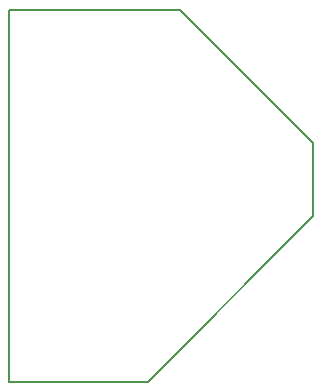
<source format=gbr>
G04 #@! TF.FileFunction,Profile,NP*
%FSLAX46Y46*%
G04 Gerber Fmt 4.6, Leading zero omitted, Abs format (unit mm)*
G04 Created by KiCad (PCBNEW 4.0.4-stable) date 12/07/17 02:23:43*
%MOMM*%
%LPD*%
G01*
G04 APERTURE LIST*
%ADD10C,0.100000*%
%ADD11C,0.150000*%
G04 APERTURE END LIST*
D10*
D11*
X161900000Y-96900000D02*
X161900000Y-96800000D01*
X147900000Y-110900000D02*
X161900000Y-96900000D01*
X147900000Y-110900000D02*
X136100000Y-110900000D01*
X161900000Y-96300000D02*
X161900000Y-96800000D01*
X161900000Y-93400000D02*
X161900000Y-96300000D01*
X150600000Y-79400000D02*
X148100000Y-79400000D01*
X161900000Y-90700000D02*
X150600000Y-79400000D01*
X161900000Y-93400000D02*
X161900000Y-90700000D01*
X136300000Y-79400000D02*
X148100000Y-79400000D01*
X136100000Y-79400000D02*
X136300000Y-79400000D01*
X136100000Y-110900000D02*
X136100000Y-79400000D01*
M02*

</source>
